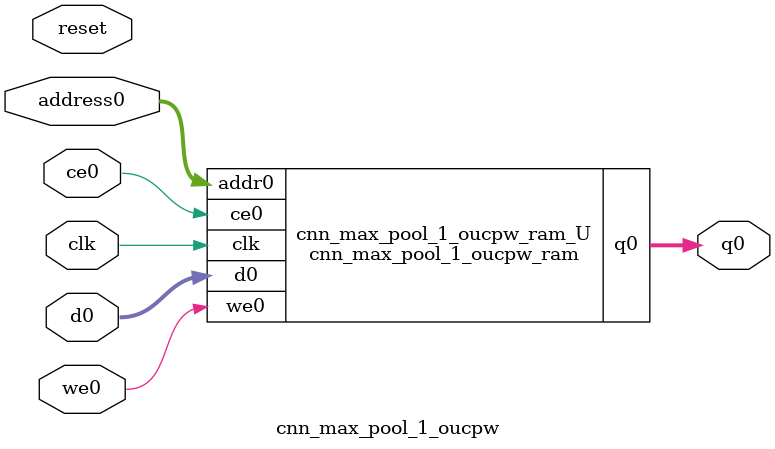
<source format=v>
`timescale 1 ns / 1 ps
module cnn_max_pool_1_oucpw_ram (addr0, ce0, d0, we0, q0,  clk);

parameter DWIDTH = 14;
parameter AWIDTH = 5;
parameter MEM_SIZE = 20;

input[AWIDTH-1:0] addr0;
input ce0;
input[DWIDTH-1:0] d0;
input we0;
output reg[DWIDTH-1:0] q0;
input clk;

(* ram_style = "distributed" *)reg [DWIDTH-1:0] ram[0:MEM_SIZE-1];




always @(posedge clk)  
begin 
    if (ce0) 
    begin
        if (we0) 
        begin 
            ram[addr0] <= d0; 
        end 
        q0 <= ram[addr0];
    end
end


endmodule

`timescale 1 ns / 1 ps
module cnn_max_pool_1_oucpw(
    reset,
    clk,
    address0,
    ce0,
    we0,
    d0,
    q0);

parameter DataWidth = 32'd14;
parameter AddressRange = 32'd20;
parameter AddressWidth = 32'd5;
input reset;
input clk;
input[AddressWidth - 1:0] address0;
input ce0;
input we0;
input[DataWidth - 1:0] d0;
output[DataWidth - 1:0] q0;



cnn_max_pool_1_oucpw_ram cnn_max_pool_1_oucpw_ram_U(
    .clk( clk ),
    .addr0( address0 ),
    .ce0( ce0 ),
    .we0( we0 ),
    .d0( d0 ),
    .q0( q0 ));

endmodule


</source>
